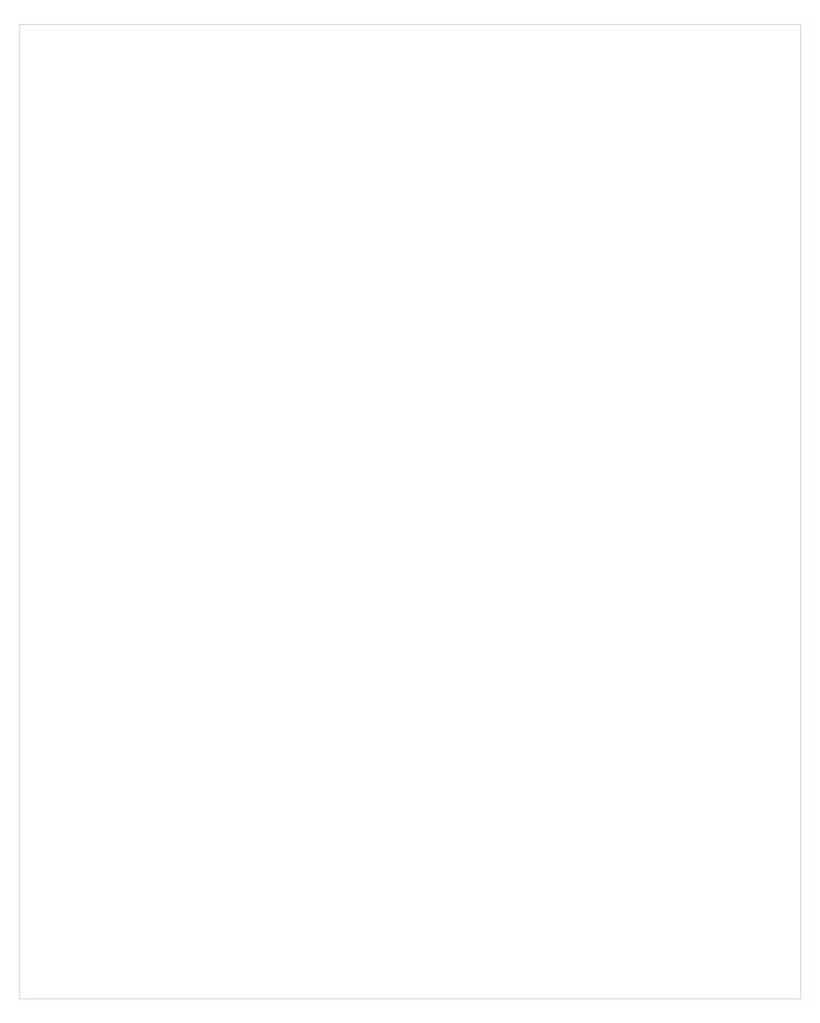
<source format=gbr>
%FSLAX34Y34*%
%MOMM*%
%LNOUTLINE*%
G71*
G01*
%ADD10C,0.002*%
%LPD*%
G54D10*
X-359172Y2362041D02*
X2070828Y2362041D01*
X2070828Y-667959D01*
X-359172Y-667959D01*
X-359172Y2362041D01*
M02*

</source>
